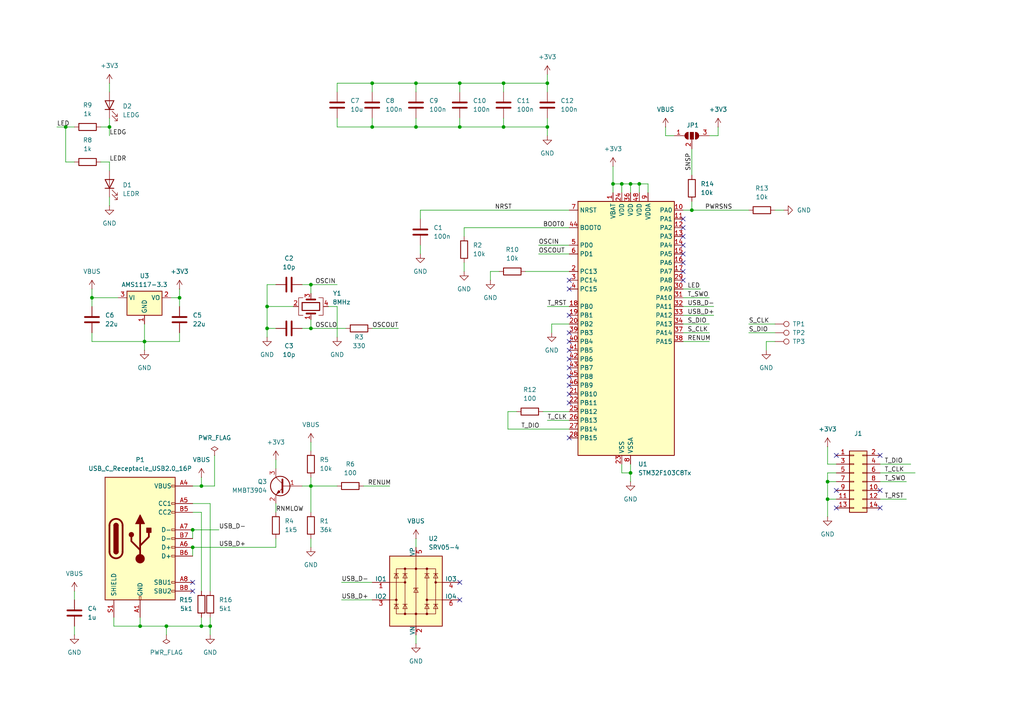
<source format=kicad_sch>
(kicad_sch (version 20231120) (generator "eeschema") (generator_version "8.0")
  (paper "A4")
  (lib_symbols
    (symbol "Connector:TestPoint" (pin_numbers hide) (pin_names (offset 0.762) hide)
      (property "Reference" "TP" (at 0 6.858 0))
      (property "Value" "TestPoint" (at 0 5.08 0))
      (symbol "TestPoint_0_1"
        (circle (center 0 3.302) (radius 0.762))
      )
      (symbol "TestPoint_1_1"
        (pin passive line (at 0 0 90) (length 2.54) (name "1") (number "1"))
      )
    )
    (symbol "Connector:USB_C_Receptacle_USB2.0_16P" (pin_names (offset 1.016))
      (property "Reference" "J" (at 0 22.225 0))
      (property "Value" "USB_C_Receptacle_USB2.0_16P" (at 0 19.685 0))
      (symbol "USB_C_Receptacle_USB2.0_16P_0_0"
        (rectangle (start -0.254 -17.78) (end 0.254 -16.764))
        (rectangle (start 10.16 -14.986) (end 9.144 -15.494))
        (rectangle (start 10.16 -12.446) (end 9.144 -12.954))
        (rectangle (start 10.16 -4.826) (end 9.144 -5.334))
        (rectangle (start 10.16 -2.286) (end 9.144 -2.794))
        (rectangle (start 10.16 0.254) (end 9.144 -0.254))
        (rectangle (start 10.16 2.794) (end 9.144 2.286))
        (rectangle (start 10.16 7.874) (end 9.144 7.366))
        (rectangle (start 10.16 10.414) (end 9.144 9.906))
        (rectangle (start 10.16 15.494) (end 9.144 14.986))
      )
      (symbol "USB_C_Receptacle_USB2.0_16P_0_1"
        (rectangle (start -10.16 17.78) (end 10.16 -17.78) (stroke (width 0.254)) (fill (type background)))
        (arc (start -8.89 -3.81) (mid -6.985 -5.7067) (end -5.08 -3.81) (stroke (width 0.508)))
        (arc (start -7.62 -3.81) (mid -6.985 -4.4423) (end -6.35 -3.81) (stroke (width 0.254)))
        (arc (start -7.62 -3.81) (mid -6.985 -4.4423) (end -6.35 -3.81) (stroke (width 0.254)) (fill (type outline)))
        (rectangle (start -7.62 -3.81) (end -6.35 3.81) (stroke (width 0.254)) (fill (type outline)))
        (arc (start -6.35 3.81) (mid -6.985 4.4423) (end -7.62 3.81) (stroke (width 0.254)))
        (arc (start -6.35 3.81) (mid -6.985 4.4423) (end -7.62 3.81) (stroke (width 0.254)) (fill (type outline)))
        (arc (start -5.08 3.81) (mid -6.985 5.7067) (end -8.89 3.81) (stroke (width 0.508)))
        (circle (center -2.54 1.143) (radius 0.635) (stroke (width 0.254)) (fill (type outline)))
        (circle (center 0 -5.842) (radius 1.27) (fill (type outline)))
        (polyline (pts (xy -8.89 -3.81) (xy -8.89 3.81)) (stroke (width 0.508)))
        (polyline (pts (xy -5.08 3.81) (xy -5.08 -3.81)) (stroke (width 0.508)))
        (polyline (pts (xy 0 -5.842) (xy 0 4.318)) (stroke (width 0.508)))
        (polyline (pts (xy 0 -3.302) (xy -2.54 -0.762) (xy -2.54 0.508)) (stroke (width 0.508)))
        (polyline (pts (xy 0 -2.032) (xy 2.54 0.508) (xy 2.54 1.778)) (stroke (width 0.508)))
        (polyline (pts (xy -1.27 4.318) (xy 0 6.858) (xy 1.27 4.318) (xy -1.27 4.318)) (stroke (width 0.254)) (fill (type outline)))
        (rectangle (start 1.905 1.778) (end 3.175 3.048) (stroke (width 0.254)) (fill (type outline)))
      )
      (symbol "USB_C_Receptacle_USB2.0_16P_1_1"
        (pin passive line (at 0 -22.86 90) (length 5.08) (name "GND") (number "A1"))
        (pin passive line (at 0 -22.86 90) (length 5.08) hide (name "GND") (number "A12"))
        (pin passive line (at 15.24 15.24 180) (length 5.08) (name "VBUS") (number "A4"))
        (pin bidirectional line (at 15.24 10.16 180) (length 5.08) (name "CC1") (number "A5"))
        (pin bidirectional line (at 15.24 -2.54 180) (length 5.08) (name "D+") (number "A6"))
        (pin bidirectional line (at 15.24 2.54 180) (length 5.08) (name "D-") (number "A7"))
        (pin bidirectional line (at 15.24 -12.7 180) (length 5.08) (name "SBU1") (number "A8"))
        (pin passive line (at 15.24 15.24 180) (length 5.08) hide (name "VBUS") (number "A9"))
        (pin passive line (at 0 -22.86 90) (length 5.08) hide (name "GND") (number "B1"))
        (pin passive line (at 0 -22.86 90) (length 5.08) hide (name "GND") (number "B12"))
        (pin passive line (at 15.24 15.24 180) (length 5.08) hide (name "VBUS") (number "B4"))
        (pin bidirectional line (at 15.24 7.62 180) (length 5.08) (name "CC2") (number "B5"))
        (pin bidirectional line (at 15.24 -5.08 180) (length 5.08) (name "D+") (number "B6"))
        (pin bidirectional line (at 15.24 0 180) (length 5.08) (name "D-") (number "B7"))
        (pin bidirectional line (at 15.24 -15.24 180) (length 5.08) (name "SBU2") (number "B8"))
        (pin passive line (at 15.24 15.24 180) (length 5.08) hide (name "VBUS") (number "B9"))
        (pin passive line (at -7.62 -22.86 90) (length 5.08) (name "SHIELD") (number "S1"))
      )
    )
    (symbol "Connector_Generic:Conn_02x07_Odd_Even" (pin_names (offset 1.016) hide)
      (property "Reference" "J" (at 1.27 10.16 0))
      (property "Value" "Conn_02x07_Odd_Even" (at 1.27 -10.16 0))
      (symbol "Conn_02x07_Odd_Even_1_1"
        (rectangle (start -1.27 -7.493) (end 0 -7.747) (stroke (width 0.1524)))
        (rectangle (start -1.27 -4.953) (end 0 -5.207) (stroke (width 0.1524)))
        (rectangle (start -1.27 -2.413) (end 0 -2.667) (stroke (width 0.1524)))
        (rectangle (start -1.27 0.127) (end 0 -0.127) (stroke (width 0.1524)))
        (rectangle (start -1.27 2.667) (end 0 2.413) (stroke (width 0.1524)))
        (rectangle (start -1.27 5.207) (end 0 4.953) (stroke (width 0.1524)))
        (rectangle (start -1.27 7.747) (end 0 7.493) (stroke (width 0.1524)))
        (rectangle (start -1.27 8.89) (end 3.81 -8.89) (stroke (width 0.254)) (fill (type background)))
        (rectangle (start 3.81 -7.493) (end 2.54 -7.747) (stroke (width 0.1524)))
        (rectangle (start 3.81 -4.953) (end 2.54 -5.207) (stroke (width 0.1524)))
        (rectangle (start 3.81 -2.413) (end 2.54 -2.667) (stroke (width 0.1524)))
        (rectangle (start 3.81 0.127) (end 2.54 -0.127) (stroke (width 0.1524)))
        (rectangle (start 3.81 2.667) (end 2.54 2.413) (stroke (width 0.1524)))
        (rectangle (start 3.81 5.207) (end 2.54 4.953) (stroke (width 0.1524)))
        (rectangle (start 3.81 7.747) (end 2.54 7.493) (stroke (width 0.1524)))
        (pin passive line (at -5.08 7.62 0) (length 3.81) (name "Pin_1") (number "1"))
        (pin passive line (at 7.62 -2.54 180) (length 3.81) (name "Pin_10") (number "10"))
        (pin passive line (at -5.08 -5.08 0) (length 3.81) (name "Pin_11") (number "11"))
        (pin passive line (at 7.62 -5.08 180) (length 3.81) (name "Pin_12") (number "12"))
        (pin passive line (at -5.08 -7.62 0) (length 3.81) (name "Pin_13") (number "13"))
        (pin passive line (at 7.62 -7.62 180) (length 3.81) (name "Pin_14") (number "14"))
        (pin passive line (at 7.62 7.62 180) (length 3.81) (name "Pin_2") (number "2"))
        (pin passive line (at -5.08 5.08 0) (length 3.81) (name "Pin_3") (number "3"))
        (pin passive line (at 7.62 5.08 180) (length 3.81) (name "Pin_4") (number "4"))
        (pin passive line (at -5.08 2.54 0) (length 3.81) (name "Pin_5") (number "5"))
        (pin passive line (at 7.62 2.54 180) (length 3.81) (name "Pin_6") (number "6"))
        (pin passive line (at -5.08 0 0) (length 3.81) (name "Pin_7") (number "7"))
        (pin passive line (at 7.62 0 180) (length 3.81) (name "Pin_8") (number "8"))
        (pin passive line (at -5.08 -2.54 0) (length 3.81) (name "Pin_9") (number "9"))
      )
    )
    (symbol "Device:C" (pin_numbers hide) (pin_names (offset 0.254))
      (property "Reference" "C" (at 0.635 2.54 0))
      (property "Value" "C" (at 0.635 -2.54 0))
      (symbol "C_0_1"
        (polyline (pts (xy -2.032 -0.762) (xy 2.032 -0.762)) (stroke (width 0.508)))
        (polyline (pts (xy -2.032 0.762) (xy 2.032 0.762)) (stroke (width 0.508)))
      )
      (symbol "C_1_1"
        (pin passive line (at 0 3.81 270) (length 2.794) (name "~") (number "1"))
        (pin passive line (at 0 -3.81 90) (length 2.794) (name "~") (number "2"))
      )
    )
    (symbol "Device:Crystal_GND24" (pin_names (offset 1.016) hide)
      (property "Reference" "Y" (at 3.175 5.08 0))
      (property "Value" "Crystal_GND24" (at 3.175 3.175 0))
      (symbol "Crystal_GND24_0_1"
        (rectangle (start -1.143 2.54) (end 1.143 -2.54) (stroke (width 0.3048)))
        (polyline (pts (xy -2.54 0) (xy -2.032 0)))
        (polyline (pts (xy -2.032 -1.27) (xy -2.032 1.27)) (stroke (width 0.508)))
        (polyline (pts (xy 0 -3.81) (xy 0 -3.556)))
        (polyline (pts (xy 0 3.556) (xy 0 3.81)))
        (polyline (pts (xy 2.032 -1.27) (xy 2.032 1.27)) (stroke (width 0.508)))
        (polyline (pts (xy 2.032 0) (xy 2.54 0)))
        (polyline (pts (xy -2.54 -2.286) (xy -2.54 -3.556) (xy 2.54 -3.556) (xy 2.54 -2.286)))
        (polyline (pts (xy -2.54 2.286) (xy -2.54 3.556) (xy 2.54 3.556) (xy 2.54 2.286)))
      )
      (symbol "Crystal_GND24_1_1"
        (pin passive line (at -3.81 0 0) (length 1.27) (name "1") (number "1"))
        (pin passive line (at 0 5.08 270) (length 1.27) (name "2") (number "2"))
        (pin passive line (at 3.81 0 180) (length 1.27) (name "3") (number "3"))
        (pin passive line (at 0 -5.08 90) (length 1.27) (name "4") (number "4"))
      )
    )
    (symbol "Device:LED" (pin_numbers hide) (pin_names (offset 1.016) hide)
      (property "Reference" "D" (at 0 2.54 0))
      (property "Value" "LED" (at 0 -2.54 0))
      (symbol "LED_0_1"
        (polyline (pts (xy -1.27 -1.27) (xy -1.27 1.27)) (stroke (width 0.254)))
        (polyline (pts (xy -1.27 0) (xy 1.27 0)))
        (polyline (pts (xy 1.27 -1.27) (xy 1.27 1.27) (xy -1.27 0) (xy 1.27 -1.27)) (stroke (width 0.254)))
        (polyline (pts (xy -3.048 -0.762) (xy -4.572 -2.286) (xy -3.81 -2.286) (xy -4.572 -2.286) (xy -4.572 -1.524)))
        (polyline (pts (xy -1.778 -0.762) (xy -3.302 -2.286) (xy -2.54 -2.286) (xy -3.302 -2.286) (xy -3.302 -1.524)))
      )
      (symbol "LED_1_1"
        (pin passive line (at -3.81 0 0) (length 2.54) (name "K") (number "1"))
        (pin passive line (at 3.81 0 180) (length 2.54) (name "A") (number "2"))
      )
    )
    (symbol "Device:R" (pin_numbers hide) (pin_names (offset 0))
      (property "Reference" "R" (at 2.032 0 90))
      (property "Value" "R" (at 0 0 90))
      (symbol "R_0_1"
        (rectangle (start -1.016 -2.54) (end 1.016 2.54) (stroke (width 0.254)))
      )
      (symbol "R_1_1"
        (pin passive line (at 0 3.81 270) (length 1.27) (name "~") (number "1"))
        (pin passive line (at 0 -3.81 90) (length 1.27) (name "~") (number "2"))
      )
    )
    (symbol "Jumper:SolderJumper_3_Open" (pin_names (offset 0) hide) (exclude_from_sim yes) (in_bom no)
      (property "Reference" "JP" (at -2.54 -2.54 0))
      (property "Value" "SolderJumper_3_Open" (at 0 2.794 0))
      (symbol "SolderJumper_3_Open_0_1"
        (arc (start -1.016 1.016) (mid -2.0276 0) (end -1.016 -1.016))
        (arc (start -1.016 1.016) (mid -2.0276 0) (end -1.016 -1.016) (fill (type outline)))
        (rectangle (start -0.508 1.016) (end 0.508 -1.016) (fill (type outline)))
        (polyline (pts (xy -2.54 0) (xy -2.032 0)))
        (polyline (pts (xy -1.016 1.016) (xy -1.016 -1.016)))
        (polyline (pts (xy 0 -1.27) (xy 0 -1.016)))
        (polyline (pts (xy 1.016 1.016) (xy 1.016 -1.016)))
        (polyline (pts (xy 2.54 0) (xy 2.032 0)))
        (arc (start 1.016 -1.016) (mid 2.0276 0) (end 1.016 1.016))
        (arc (start 1.016 -1.016) (mid 2.0276 0) (end 1.016 1.016) (fill (type outline)))
      )
      (symbol "SolderJumper_3_Open_1_1"
        (pin passive line (at -5.08 0 0) (length 2.54) (name "A") (number "1"))
        (pin passive line (at 0 -3.81 90) (length 2.54) (name "C") (number "2"))
        (pin passive line (at 5.08 0 180) (length 2.54) (name "B") (number "3"))
      )
    )
    (symbol "MCU_ST_STM32F1:STM32F103C8Tx"
      (property "Reference" "U" (at -12.7 39.37 0))
      (property "Value" "STM32F103C8Tx" (at 10.16 39.37 0))
      (symbol "STM32F103C8Tx_0_1"
        (rectangle (start -12.7 -35.56) (end 15.24 38.1) (stroke (width 0.254)) (fill (type background)))
      )
      (symbol "STM32F103C8Tx_1_1"
        (pin power_in line (at -2.54 40.64 270) (length 2.54) (name "VBAT") (number "1"))
        (pin bidirectional line (at 17.78 35.56 180) (length 2.54) (name "PA0") (number "10"))
        (pin bidirectional line (at 17.78 33.02 180) (length 2.54) (name "PA1") (number "11"))
        (pin bidirectional line (at 17.78 30.48 180) (length 2.54) (name "PA2") (number "12"))
        (pin bidirectional line (at 17.78 27.94 180) (length 2.54) (name "PA3") (number "13"))
        (pin bidirectional line (at 17.78 25.4 180) (length 2.54) (name "PA4") (number "14"))
        (pin bidirectional line (at 17.78 22.86 180) (length 2.54) (name "PA5") (number "15"))
        (pin bidirectional line (at 17.78 20.32 180) (length 2.54) (name "PA6") (number "16"))
        (pin bidirectional line (at 17.78 17.78 180) (length 2.54) (name "PA7") (number "17"))
        (pin bidirectional line (at -15.24 7.62 0) (length 2.54) (name "PB0") (number "18"))
        (pin bidirectional line (at -15.24 5.08 0) (length 2.54) (name "PB1") (number "19"))
        (pin bidirectional line (at -15.24 17.78 0) (length 2.54) (name "PC13") (number "2"))
        (pin bidirectional line (at -15.24 2.54 0) (length 2.54) (name "PB2") (number "20"))
        (pin bidirectional line (at -15.24 -17.78 0) (length 2.54) (name "PB10") (number "21"))
        (pin bidirectional line (at -15.24 -20.32 0) (length 2.54) (name "PB11") (number "22"))
        (pin power_in line (at 0 -38.1 90) (length 2.54) (name "VSS") (number "23"))
        (pin power_in line (at 0 40.64 270) (length 2.54) (name "VDD") (number "24"))
        (pin bidirectional line (at -15.24 -22.86 0) (length 2.54) (name "PB12") (number "25"))
        (pin bidirectional line (at -15.24 -25.4 0) (length 2.54) (name "PB13") (number "26"))
        (pin bidirectional line (at -15.24 -27.94 0) (length 2.54) (name "PB14") (number "27"))
        (pin bidirectional line (at -15.24 -30.48 0) (length 2.54) (name "PB15") (number "28"))
        (pin bidirectional line (at 17.78 15.24 180) (length 2.54) (name "PA8") (number "29"))
        (pin bidirectional line (at -15.24 15.24 0) (length 2.54) (name "PC14") (number "3"))
        (pin bidirectional line (at 17.78 12.7 180) (length 2.54) (name "PA9") (number "30"))
        (pin bidirectional line (at 17.78 10.16 180) (length 2.54) (name "PA10") (number "31"))
        (pin bidirectional line (at 17.78 7.62 180) (length 2.54) (name "PA11") (number "32"))
        (pin bidirectional line (at 17.78 5.08 180) (length 2.54) (name "PA12") (number "33"))
        (pin bidirectional line (at 17.78 2.54 180) (length 2.54) (name "PA13") (number "34"))
        (pin passive line (at 0 -38.1 90) (length 2.54) hide (name "VSS") (number "35"))
        (pin power_in line (at 2.54 40.64 270) (length 2.54) (name "VDD") (number "36"))
        (pin bidirectional line (at 17.78 0 180) (length 2.54) (name "PA14") (number "37"))
        (pin bidirectional line (at 17.78 -2.54 180) (length 2.54) (name "PA15") (number "38"))
        (pin bidirectional line (at -15.24 0 0) (length 2.54) (name "PB3") (number "39"))
        (pin bidirectional line (at -15.24 12.7 0) (length 2.54) (name "PC15") (number "4"))
        (pin bidirectional line (at -15.24 -2.54 0) (length 2.54) (name "PB4") (number "40"))
        (pin bidirectional line (at -15.24 -5.08 0) (length 2.54) (name "PB5") (number "41"))
        (pin bidirectional line (at -15.24 -7.62 0) (length 2.54) (name "PB6") (number "42"))
        (pin bidirectional line (at -15.24 -10.16 0) (length 2.54) (name "PB7") (number "43"))
        (pin input line (at -15.24 30.48 0) (length 2.54) (name "BOOT0") (number "44"))
        (pin bidirectional line (at -15.24 -12.7 0) (length 2.54) (name "PB8") (number "45"))
        (pin bidirectional line (at -15.24 -15.24 0) (length 2.54) (name "PB9") (number "46"))
        (pin passive line (at 0 -38.1 90) (length 2.54) hide (name "VSS") (number "47"))
        (pin power_in line (at 5.08 40.64 270) (length 2.54) (name "VDD") (number "48"))
        (pin bidirectional line (at -15.24 25.4 0) (length 2.54) (name "PD0") (number "5"))
        (pin bidirectional line (at -15.24 22.86 0) (length 2.54) (name "PD1") (number "6"))
        (pin input line (at -15.24 35.56 0) (length 2.54) (name "NRST") (number "7"))
        (pin power_in line (at 2.54 -38.1 90) (length 2.54) (name "VSSA") (number "8"))
        (pin power_in line (at 7.62 40.64 270) (length 2.54) (name "VDDA") (number "9"))
      )
    )
    (symbol "Power_Protection:SRV05-4" (pin_names (offset 0))
      (property "Reference" "U" (at -5.08 11.43 0))
      (property "Value" "SRV05-4" (at 2.54 11.43 0))
      (symbol "SRV05-4_0_0"
        (rectangle (start -5.715 6.477) (end 5.715 -6.604))
        (polyline (pts (xy -3.175 -6.604) (xy -3.175 6.477)))
        (polyline (pts (xy 3.175 6.477) (xy 3.175 -6.604)))
      )
      (symbol "SRV05-4_0_1"
        (rectangle (start -7.62 10.16) (end 7.62 -10.16) (stroke (width 0.254)) (fill (type background)))
        (circle (center -5.715 -2.54) (radius 0.2794) (fill (type outline)))
        (circle (center -3.175 -6.604) (radius 0.2794) (fill (type outline)))
        (circle (center -3.175 2.54) (radius 0.2794) (fill (type outline)))
        (circle (center -3.175 6.477) (radius 0.2794) (fill (type outline)))
        (circle (center 0 -6.604) (radius 0.2794) (fill (type outline)))
        (polyline (pts (xy -7.747 2.54) (xy -3.175 2.54)))
        (polyline (pts (xy -7.62 -2.54) (xy -5.715 -2.54)))
        (polyline (pts (xy -5.08 -3.81) (xy -6.35 -3.81)))
        (polyline (pts (xy -5.08 5.08) (xy -6.35 5.08)))
        (polyline (pts (xy -2.54 -3.81) (xy -3.81 -3.81)))
        (polyline (pts (xy -2.54 5.08) (xy -3.81 5.08)))
        (polyline (pts (xy 0 10.16) (xy 0 -10.16)))
        (polyline (pts (xy 3.81 -3.81) (xy 2.54 -3.81)))
        (polyline (pts (xy 3.81 5.08) (xy 2.54 5.08)))
        (polyline (pts (xy 6.35 -3.81) (xy 5.08 -3.81)))
        (polyline (pts (xy 6.35 5.08) (xy 5.08 5.08)))
        (polyline (pts (xy 7.62 -2.54) (xy 3.175 -2.54)))
        (polyline (pts (xy 7.62 2.54) (xy 5.715 2.54)))
        (polyline (pts (xy 0.635 0.889) (xy -0.635 0.889) (xy -0.635 0.635)))
        (polyline (pts (xy -5.08 -5.08) (xy -6.35 -5.08) (xy -5.715 -3.81) (xy -5.08 -5.08)))
        (polyline (pts (xy -5.08 3.81) (xy -6.35 3.81) (xy -5.715 5.08) (xy -5.08 3.81)))
        (polyline (pts (xy -2.54 -5.08) (xy -3.81 -5.08) (xy -3.175 -3.81) (xy -2.54 -5.08)))
        (polyline (pts (xy -2.54 3.81) (xy -3.81 3.81) (xy -3.175 5.08) (xy -2.54 3.81)))
        (polyline (pts (xy 0.635 -0.381) (xy -0.635 -0.381) (xy 0 0.889) (xy 0.635 -0.381)))
        (polyline (pts (xy 3.81 -5.08) (xy 2.54 -5.08) (xy 3.175 -3.81) (xy 3.81 -5.08)))
        (polyline (pts (xy 3.81 3.81) (xy 2.54 3.81) (xy 3.175 5.08) (xy 3.81 3.81)))
        (polyline (pts (xy 6.35 -5.08) (xy 5.08 -5.08) (xy 5.715 -3.81) (xy 6.35 -5.08)))
        (polyline (pts (xy 6.35 3.81) (xy 5.08 3.81) (xy 5.715 5.08) (xy 6.35 3.81)))
        (circle (center 0 6.477) (radius 0.2794) (fill (type outline)))
        (circle (center 3.175 -6.604) (radius 0.2794) (fill (type outline)))
        (circle (center 3.175 -2.54) (radius 0.2794) (fill (type outline)))
        (circle (center 3.175 6.477) (radius 0.2794) (fill (type outline)))
        (circle (center 5.715 2.54) (radius 0.2794) (fill (type outline)))
      )
      (symbol "SRV05-4_1_1"
        (pin passive line (at -12.7 2.54 0) (length 5.08) (name "IO1") (number "1"))
        (pin passive line (at 0 -12.7 90) (length 2.54) (name "VN") (number "2"))
        (pin passive line (at -12.7 -2.54 0) (length 5.08) (name "IO2") (number "3"))
        (pin passive line (at 12.7 2.54 180) (length 5.08) (name "IO3") (number "4"))
        (pin passive line (at 0 12.7 270) (length 2.54) (name "VP") (number "5"))
        (pin passive line (at 12.7 -2.54 180) (length 5.08) (name "IO4") (number "6"))
      )
    )
    (symbol "Regulator_Linear:AMS1117-3.3"
      (property "Reference" "U" (at -3.81 3.175 0))
      (property "Value" "AMS1117-3.3" (at 0 3.175 0))
      (symbol "AMS1117-3.3_0_1"
        (rectangle (start -5.08 -5.08) (end 5.08 1.905) (stroke (width 0.254)) (fill (type background)))
      )
      (symbol "AMS1117-3.3_1_1"
        (pin power_in line (at 0 -7.62 90) (length 2.54) (name "GND") (number "1"))
        (pin power_out line (at 7.62 0 180) (length 2.54) (name "VO") (number "2"))
        (pin power_in line (at -7.62 0 0) (length 2.54) (name "VI") (number "3"))
      )
    )
    (symbol "Transistor_BJT:MMBT3904" (pin_names (offset 0) hide)
      (property "Reference" "Q" (at 5.08 1.905 0))
      (property "Value" "MMBT3904" (at 5.08 0 0))
      (symbol "MMBT3904_0_1"
        (polyline (pts (xy 0.635 0.635) (xy 2.54 2.54)))
        (polyline (pts (xy 0.635 -0.635) (xy 2.54 -2.54) (xy 2.54 -2.54)))
        (polyline (pts (xy 0.635 1.905) (xy 0.635 -1.905) (xy 0.635 -1.905)) (stroke (width 0.508)))
        (polyline (pts (xy 1.27 -1.778) (xy 1.778 -1.27) (xy 2.286 -2.286) (xy 1.27 -1.778) (xy 1.27 -1.778)) (fill (type outline)))
        (circle (center 1.27 0) (radius 2.8194) (stroke (width 0.254)))
      )
      (symbol "MMBT3904_1_1"
        (pin input line (at -5.08 0 0) (length 5.715) (name "B") (number "1"))
        (pin passive line (at 2.54 -5.08 90) (length 2.54) (name "E") (number "2"))
        (pin passive line (at 2.54 5.08 270) (length 2.54) (name "C") (number "3"))
      )
    )
    (symbol "VBUS_1" (power) (pin_numbers hide) (pin_names (offset 0) hide)
      (property "Value" "VBUS" (at 0 3.556 0))
      (symbol "VBUS_1_0_1"
        (polyline (pts (xy -0.762 1.27) (xy 0 2.54)))
        (polyline (pts (xy 0 0) (xy 0 2.54)))
        (polyline (pts (xy 0 2.54) (xy 0.762 1.27)))
      )
      (symbol "VBUS_1_1_1"
        (pin power_in line (at 0 0 90) (length 0) (name "~") (number "1"))
      )
    )
    (symbol "VBUS_3" (power) (pin_numbers hide) (pin_names (offset 0) hide)
      (property "Value" "VBUS" (at 0 3.556 0))
      (symbol "VBUS_3_0_1"
        (polyline (pts (xy -0.762 1.27) (xy 0 2.54)))
        (polyline (pts (xy 0 0) (xy 0 2.54)))
        (polyline (pts (xy 0 2.54) (xy 0.762 1.27)))
      )
      (symbol "VBUS_3_1_1"
        (pin power_in line (at 0 0 90) (length 0) (name "~") (number "1"))
      )
    )
    (symbol "power:+3V3" (power) (pin_numbers hide) (pin_names (offset 0) hide)
      (property "Value" "+3V3" (at 0 3.556 0))
      (symbol "+3V3_0_1"
        (polyline (pts (xy -0.762 1.27) (xy 0 2.54)))
        (polyline (pts (xy 0 0) (xy 0 2.54)))
        (polyline (pts (xy 0 2.54) (xy 0.762 1.27)))
      )
      (symbol "+3V3_1_1"
        (pin power_in line (at 0 0 90) (length 0) (name "~") (number "1"))
      )
    )
    (symbol "power:GND" (power) (pin_numbers hide) (pin_names (offset 0) hide)
      (property "Value" "GND" (at 0 -3.81 0))
      (symbol "GND_0_1"
        (polyline (pts (xy 0 0) (xy 0 -1.27) (xy 1.27 -1.27) (xy 0 -2.54) (xy -1.27 -1.27) (xy 0 -1.27)))
      )
      (symbol "GND_1_1"
        (pin power_in line (at 0 0 270) (length 0) (name "~") (number "1"))
      )
    )
    (symbol "power:PWR_FLAG" (power) (pin_numbers hide) (pin_names (offset 0) hide)
      (property "Value" "PWR_FLAG" (at 0 3.81 0))
      (symbol "PWR_FLAG_0_0"
        (pin power_out line (at 0 0 90) (length 0) (name "~") (number "1"))
      )
      (symbol "PWR_FLAG_0_1"
        (polyline (pts (xy 0 0) (xy 0 1.27) (xy -1.016 1.905) (xy 0 2.54) (xy 1.016 1.905) (xy 0 1.27)))
      )
    )
    (symbol "power:VBUS" (power) (pin_numbers hide) (pin_names (offset 0) hide)
      (property "Value" "VBUS" (at 0 3.556 0))
      (symbol "VBUS_0_1"
        (polyline (pts (xy -0.762 1.27) (xy 0 2.54)))
        (polyline (pts (xy 0 0) (xy 0 2.54)))
        (polyline (pts (xy 0 2.54) (xy 0.762 1.27)))
      )
      (symbol "VBUS_1_1"
        (pin power_in line (at 0 0 90) (length 0) (name "~") (number "1"))
      )
    )
  )
  (junction (at 31.75 36.83))
  (junction (at 90.17 82.55))
  (junction (at 55.88 158.75))
  (junction (at 40.64 181.61))
  (junction (at 19.05 36.83))
  (junction (at 182.88 53.34))
  (junction (at 41.91 99.06))
  (junction (at 77.47 95.25))
  (junction (at 158.75 36.83))
  (junction (at 52.07 86.36))
  (junction (at 146.05 36.83))
  (junction (at 90.17 95.25))
  (junction (at 200.66 60.96))
  (junction (at 58.42 181.61))
  (junction (at 55.88 153.67))
  (junction (at 177.8 53.34))
  (junction (at 240.03 139.7))
  (junction (at 58.42 140.97))
  (junction (at 26.67 86.36))
  (junction (at 180.34 53.34))
  (junction (at 120.65 36.83))
  (junction (at 90.17 140.97))
  (junction (at 48.26 181.61))
  (junction (at 133.35 36.83))
  (junction (at 146.05 24.13))
  (junction (at 240.03 144.78))
  (junction (at 107.95 24.13))
  (junction (at 185.42 53.34))
  (junction (at 107.95 36.83))
  (junction (at 60.96 181.61))
  (junction (at 158.75 24.13))
  (junction (at 120.65 24.13))
  (junction (at 133.35 24.13))
  (junction (at 182.88 137.16))
  (junction (at 77.47 88.9))
  (no_connect (at 165.1 116.84))
  (no_connect (at 55.88 168.91))
  (no_connect (at 133.35 168.91))
  (no_connect (at 198.12 68.58))
  (no_connect (at 255.27 147.32))
  (no_connect (at 165.1 91.44))
  (no_connect (at 198.12 63.5))
  (no_connect (at 165.1 106.68))
  (no_connect (at 133.35 173.99))
  (no_connect (at 198.12 78.74))
  (no_connect (at 242.57 132.08))
  (no_connect (at 198.12 81.28))
  (no_connect (at 242.57 147.32))
  (no_connect (at 242.57 142.24))
  (no_connect (at 165.1 81.28))
  (no_connect (at 165.1 96.52))
  (no_connect (at 165.1 99.06))
  (no_connect (at 165.1 104.14))
  (no_connect (at 165.1 83.82))
  (no_connect (at 255.27 132.08))
  (no_connect (at 55.88 171.45))
  (no_connect (at 198.12 71.12))
  (no_connect (at 255.27 142.24))
  (no_connect (at 165.1 127))
  (no_connect (at 165.1 114.3))
  (no_connect (at 198.12 76.2))
  (no_connect (at 165.1 111.76))
  (no_connect (at 165.1 109.22))
  (no_connect (at 198.12 66.04))
  (no_connect (at 165.1 101.6))
  (no_connect (at 198.12 73.66))
  (wire (pts (xy 41.91 99.06) (xy 52.07 99.06)))
  (wire (pts (xy 160.02 93.98) (xy 165.1 93.98)))
  (wire (pts (xy 121.92 60.96) (xy 121.92 63.5)))
  (wire (pts (xy 21.59 46.99) (xy 19.05 46.99)))
  (wire (pts (xy 26.67 86.36) (xy 34.29 86.36)))
  (wire (pts (xy 77.47 88.9) (xy 85.09 88.9)))
  (wire (pts (xy 255.27 134.62) (xy 264.16 134.62)))
  (wire (pts (xy 198.12 88.9) (xy 207.01 88.9)))
  (wire (pts (xy 90.17 95.25) (xy 100.33 95.25)))
  (wire (pts (xy 182.88 134.62) (xy 182.88 137.16)))
  (wire (pts (xy 60.96 146.05) (xy 60.96 171.45)))
  (wire (pts (xy 133.35 24.13) (xy 133.35 26.67)))
  (wire (pts (xy 87.63 140.97) (xy 90.17 140.97)))
  (wire (pts (xy 26.67 88.9) (xy 26.67 86.36)))
  (wire (pts (xy 21.59 171.45) (xy 21.59 173.99)))
  (wire (pts (xy 177.8 48.26) (xy 177.8 53.34)))
  (wire (pts (xy 55.88 153.67) (xy 55.88 156.21)))
  (wire (pts (xy 198.12 93.98) (xy 205.74 93.98)))
  (wire (pts (xy 21.59 181.61) (xy 21.59 184.15)))
  (wire (pts (xy 77.47 82.55) (xy 80.01 82.55)))
  (wire (pts (xy 90.17 85.09) (xy 90.17 82.55)))
  (wire (pts (xy 255.27 139.7) (xy 262.89 139.7)))
  (wire (pts (xy 146.05 36.83) (xy 133.35 36.83)))
  (wire (pts (xy 158.75 36.83) (xy 158.75 34.29)))
  (wire (pts (xy 26.67 99.06) (xy 41.91 99.06)))
  (wire (pts (xy 55.88 158.75) (xy 80.01 158.75)))
  (wire (pts (xy 29.21 36.83) (xy 31.75 36.83)))
  (wire (pts (xy 165.1 124.46) (xy 147.32 124.46)))
  (wire (pts (xy 120.65 24.13) (xy 133.35 24.13)))
  (wire (pts (xy 120.65 156.21) (xy 120.65 158.75)))
  (wire (pts (xy 97.79 36.83) (xy 97.79 34.29)))
  (wire (pts (xy 177.8 53.34) (xy 177.8 55.88)))
  (wire (pts (xy 90.17 156.21) (xy 90.17 158.75)))
  (wire (pts (xy 187.96 53.34) (xy 185.42 53.34)))
  (wire (pts (xy 41.91 99.06) (xy 41.91 101.6)))
  (wire (pts (xy 31.75 24.13) (xy 31.75 26.67)))
  (wire (pts (xy 121.92 60.96) (xy 165.1 60.96)))
  (wire (pts (xy 158.75 88.9) (xy 165.1 88.9)))
  (wire (pts (xy 107.95 24.13) (xy 107.95 26.67)))
  (wire (pts (xy 240.03 137.16) (xy 242.57 137.16)))
  (wire (pts (xy 120.65 36.83) (xy 107.95 36.83)))
  (wire (pts (xy 147.32 124.46) (xy 147.32 119.38)))
  (wire (pts (xy 133.35 36.83) (xy 133.35 34.29)))
  (wire (pts (xy 77.47 95.25) (xy 77.47 88.9)))
  (wire (pts (xy 31.75 46.99) (xy 31.75 49.53)))
  (wire (pts (xy 77.47 88.9) (xy 77.47 82.55)))
  (wire (pts (xy 60.96 179.07) (xy 60.96 181.61)))
  (wire (pts (xy 133.35 24.13) (xy 146.05 24.13)))
  (wire (pts (xy 133.35 36.83) (xy 120.65 36.83)))
  (wire (pts (xy 134.62 68.58) (xy 134.62 66.04)))
  (wire (pts (xy 31.75 39.37) (xy 31.75 36.83)))
  (wire (pts (xy 180.34 137.16) (xy 180.34 134.62)))
  (wire (pts (xy 240.03 144.78) (xy 240.03 139.7)))
  (wire (pts (xy 222.25 101.6) (xy 222.25 99.06)))
  (wire (pts (xy 146.05 34.29) (xy 146.05 36.83)))
  (wire (pts (xy 107.95 36.83) (xy 97.79 36.83)))
  (wire (pts (xy 182.88 137.16) (xy 180.34 137.16)))
  (wire (pts (xy 185.42 53.34) (xy 185.42 55.88)))
  (wire (pts (xy 40.64 181.61) (xy 48.26 181.61)))
  (wire (pts (xy 58.42 138.43) (xy 58.42 140.97)))
  (wire (pts (xy 58.42 181.61) (xy 60.96 181.61)))
  (wire (pts (xy 158.75 26.67) (xy 158.75 24.13)))
  (wire (pts (xy 147.32 119.38) (xy 149.86 119.38)))
  (wire (pts (xy 33.02 181.61) (xy 40.64 181.61)))
  (wire (pts (xy 107.95 36.83) (xy 107.95 34.29)))
  (wire (pts (xy 62.23 132.08) (xy 62.23 140.97)))
  (wire (pts (xy 180.34 53.34) (xy 180.34 55.88)))
  (wire (pts (xy 55.88 158.75) (xy 55.88 161.29)))
  (wire (pts (xy 146.05 24.13) (xy 146.05 26.67)))
  (wire (pts (xy 158.75 121.92) (xy 165.1 121.92)))
  (wire (pts (xy 177.8 53.34) (xy 180.34 53.34)))
  (wire (pts (xy 158.75 36.83) (xy 158.75 39.37)))
  (wire (pts (xy 80.01 133.35) (xy 80.01 135.89)))
  (wire (pts (xy 240.03 149.86) (xy 240.03 144.78)))
  (wire (pts (xy 120.65 24.13) (xy 120.65 26.67)))
  (wire (pts (xy 90.17 138.43) (xy 90.17 140.97)))
  (wire (pts (xy 97.79 88.9) (xy 95.25 88.9)))
  (wire (pts (xy 182.88 53.34) (xy 182.88 55.88)))
  (wire (pts (xy 224.79 60.96) (xy 227.33 60.96)))
  (wire (pts (xy 255.27 144.78) (xy 262.89 144.78)))
  (wire (pts (xy 52.07 86.36) (xy 49.53 86.36)))
  (wire (pts (xy 208.28 39.37) (xy 205.74 39.37)))
  (wire (pts (xy 16.51 36.83) (xy 19.05 36.83)))
  (wire (pts (xy 198.12 83.82) (xy 203.2 83.82)))
  (wire (pts (xy 134.62 76.2) (xy 134.62 78.74)))
  (wire (pts (xy 182.88 137.16) (xy 182.88 139.7)))
  (wire (pts (xy 200.66 43.18) (xy 200.66 50.8)))
  (wire (pts (xy 121.92 71.12) (xy 121.92 73.66)))
  (wire (pts (xy 55.88 140.97) (xy 58.42 140.97)))
  (wire (pts (xy 31.75 36.83) (xy 31.75 34.29)))
  (wire (pts (xy 26.67 96.52) (xy 26.67 99.06)))
  (wire (pts (xy 240.03 139.7) (xy 240.03 137.16)))
  (wire (pts (xy 52.07 88.9) (xy 52.07 86.36)))
  (wire (pts (xy 60.96 146.05) (xy 55.88 146.05)))
  (wire (pts (xy 90.17 82.55) (xy 97.79 82.55)))
  (wire (pts (xy 97.79 88.9) (xy 97.79 97.79)))
  (wire (pts (xy 31.75 57.15) (xy 31.75 59.69)))
  (wire (pts (xy 80.01 146.05) (xy 80.01 148.59)))
  (wire (pts (xy 198.12 60.96) (xy 200.66 60.96)))
  (wire (pts (xy 99.06 168.91) (xy 107.95 168.91)))
  (wire (pts (xy 158.75 24.13) (xy 146.05 24.13)))
  (wire (pts (xy 156.21 73.66) (xy 165.1 73.66)))
  (wire (pts (xy 182.88 53.34) (xy 185.42 53.34)))
  (wire (pts (xy 120.65 184.15) (xy 120.65 186.69)))
  (wire (pts (xy 48.26 181.61) (xy 48.26 184.15)))
  (wire (pts (xy 240.03 144.78) (xy 242.57 144.78)))
  (wire (pts (xy 48.26 181.61) (xy 58.42 181.61)))
  (wire (pts (xy 156.21 71.12) (xy 165.1 71.12)))
  (wire (pts (xy 58.42 148.59) (xy 58.42 171.45)))
  (wire (pts (xy 80.01 158.75) (xy 80.01 156.21)))
  (wire (pts (xy 105.41 140.97) (xy 113.03 140.97)))
  (wire (pts (xy 198.12 96.52) (xy 205.74 96.52)))
  (wire (pts (xy 29.21 46.99) (xy 31.75 46.99)))
  (wire (pts (xy 90.17 128.27) (xy 90.17 130.81)))
  (wire (pts (xy 120.65 36.83) (xy 120.65 34.29)))
  (wire (pts (xy 60.96 181.61) (xy 60.96 184.15)))
  (wire (pts (xy 19.05 46.99) (xy 19.05 36.83)))
  (wire (pts (xy 255.27 137.16) (xy 265.43 137.16)))
  (wire (pts (xy 107.95 24.13) (xy 120.65 24.13)))
  (wire (pts (xy 144.78 78.74) (xy 142.24 78.74)))
  (wire (pts (xy 187.96 55.88) (xy 187.96 53.34)))
  (wire (pts (xy 158.75 21.59) (xy 158.75 24.13)))
  (wire (pts (xy 77.47 97.79) (xy 77.47 95.25)))
  (wire (pts (xy 97.79 24.13) (xy 107.95 24.13)))
  (wire (pts (xy 55.88 153.67) (xy 63.5 153.67)))
  (wire (pts (xy 240.03 139.7) (xy 242.57 139.7)))
  (wire (pts (xy 90.17 140.97) (xy 97.79 140.97)))
  (wire (pts (xy 198.12 99.06) (xy 205.74 99.06)))
  (wire (pts (xy 26.67 83.82) (xy 26.67 86.36)))
  (wire (pts (xy 134.62 66.04) (xy 165.1 66.04)))
  (wire (pts (xy 180.34 53.34) (xy 182.88 53.34)))
  (wire (pts (xy 97.79 26.67) (xy 97.79 24.13)))
  (wire (pts (xy 58.42 148.59) (xy 55.88 148.59)))
  (wire (pts (xy 142.24 78.74) (xy 142.24 81.28)))
  (wire (pts (xy 99.06 173.99) (xy 107.95 173.99)))
  (wire (pts (xy 62.23 140.97) (xy 58.42 140.97)))
  (wire (pts (xy 200.66 60.96) (xy 200.66 58.42)))
  (wire (pts (xy 33.02 179.07) (xy 33.02 181.61)))
  (wire (pts (xy 200.66 60.96) (xy 217.17 60.96)))
  (wire (pts (xy 41.91 93.98) (xy 41.91 99.06)))
  (wire (pts (xy 195.58 39.37) (xy 193.04 39.37)))
  (wire (pts (xy 90.17 95.25) (xy 87.63 95.25)))
  (wire (pts (xy 77.47 95.25) (xy 80.01 95.25)))
  (wire (pts (xy 152.4 78.74) (xy 165.1 78.74)))
  (wire (pts (xy 40.64 179.07) (xy 40.64 181.61)))
  (wire (pts (xy 198.12 86.36) (xy 205.74 86.36)))
  (wire (pts (xy 52.07 99.06) (xy 52.07 96.52)))
  (wire (pts (xy 107.95 95.25) (xy 115.57 95.25)))
  (wire (pts (xy 240.03 129.54) (xy 240.03 134.62)))
  (wire (pts (xy 198.12 91.44) (xy 207.01 91.44)))
  (wire (pts (xy 90.17 82.55) (xy 87.63 82.55)))
  (wire (pts (xy 217.17 96.52) (xy 224.79 96.52)))
  (wire (pts (xy 90.17 92.71) (xy 90.17 95.25)))
  (wire (pts (xy 19.05 36.83) (xy 21.59 36.83)))
  (wire (pts (xy 208.28 36.83) (xy 208.28 39.37)))
  (wire (pts (xy 160.02 96.52) (xy 160.02 93.98)))
  (wire (pts (xy 158.75 36.83) (xy 146.05 36.83)))
  (wire (pts (xy 240.03 134.62) (xy 242.57 134.62)))
  (wire (pts (xy 52.07 83.82) (xy 52.07 86.36)))
  (wire (pts (xy 222.25 99.06) (xy 224.79 99.06)))
  (wire (pts (xy 157.48 119.38) (xy 165.1 119.38)))
  (wire (pts (xy 90.17 140.97) (xy 90.17 148.59)))
  (wire (pts (xy 217.17 93.98) (xy 224.79 93.98)))
  (wire (pts (xy 58.42 179.07) (xy 58.42 181.61)))
  (wire (pts (xy 193.04 36.83) (xy 193.04 39.37)))
  (label "T_DIO" (at 151.13 124.46 0))
  (label "LED" (at 199.39 83.82 0))
  (label "RENUM" (at 199.39 99.06 0))
  (label "LED" (at 16.51 36.83 0))
  (label "T_SWO" (at 199.39 86.36 0))
  (label "OSCIN" (at 91.44 82.55 0))
  (label "USB_D-" (at 199.39 88.9 0))
  (label "USB_D-" (at 99.06 168.91 0))
  (label "OSCIN" (at 156.21 71.12 0))
  (label "SNSP" (at 200.66 49.53 90))
  (label "S_DIO" (at 199.39 93.98 0))
  (label "T_SWO" (at 256.54 139.7 0))
  (label "T_CLK" (at 256.54 137.16 0))
  (label "USB_D+" (at 63.5 158.75 0))
  (label "T_RST" (at 158.75 88.9 0))
  (label "NRST" (at 143.51 60.96 0))
  (label "RNMLOW" (at 80.01 148.59 0))
  (label "PWRSNS" (at 204.47 60.96 0))
  (label "T_RST" (at 256.54 144.78 0))
  (label "USB_D+" (at 99.06 173.99 0))
  (label "OSCOUT" (at 156.21 73.66 0))
  (label "OSCLO" (at 91.44 95.25 0))
  (label "S_CLK" (at 217.17 93.98 0))
  (label "LEDG" (at 31.75 39.37 0))
  (label "LEDR" (at 31.75 46.99 0))
  (label "OSCOUT" (at 107.95 95.25 0))
  (label "T_DIO" (at 256.54 134.62 0))
  (label "S_DIO" (at 217.17 96.52 0))
  (label "BOOT0" (at 157.48 66.04 0))
  (label "USB_D-" (at 63.5 153.67 0))
  (label "RENUM" (at 106.68 140.97 0))
  (label "T_CLK" (at 158.75 121.92 0))
  (label "USB_D+" (at 199.39 91.44 0))
  (label "S_CLK" (at 199.39 96.52 0))
  (symbol (lib_id "power:GND") (at 77.47 97.79 0) (unit 1)
    (property "Reference" "#PWR06" (effects (hide yes)))
    (property "Value" "GND" (at 77.47 102.87 0))
    (property "Description" "Power symbol creates a global label with name \"GND\" , ground" (effects (hide yes)))
  )
  (symbol (lib_id "power:GND") (at 97.79 97.79 0) (unit 1)
    (property "Reference" "#PWR07" (effects (hide yes)))
    (property "Value" "GND" (at 97.79 102.87 0))
  )
  (symbol (lib_id "Device:R") (at 25.4 36.83 90) (unit 1)
    (property "Reference" "R9" (at 25.4 30.48 90))
    (property "Value" "1k" (at 25.4 33.02 90))
    (property "Footprint" "Resistor_SMD:R_0402_1005Metric" (effects (hide yes)))
    (property "Description" "Resistor" (effects (hide yes)))
  )
  (symbol (lib_id "power:GND") (at 60.96 184.15 0) (unit 1)
    (property "Reference" "#PWR031" (effects (hide yes)))
    (property "Value" "GND" (at 60.96 189.23 0))
    (property "Description" "Power symbol creates a global label with name \"GND\" , ground" (effects (hide yes)))
  )
  (symbol (lib_id "power:PWR_FLAG") (at 48.26 184.15 180) (unit 1)
    (property "Reference" "#FLG01" (effects (hide yes)))
    (property "Value" "PWR_FLAG" (at 48.26 189.23 0))
    (property "Description" "Special symbol for telling ERC where power comes from" (effects (hide yes)))
  )
  (symbol (lib_id "power:GND") (at 90.17 158.75 0) (unit 1)
    (property "Reference" "#PWR04" (effects (hide yes)))
    (property "Value" "GND" (at 90.17 163.83 0))
    (property "Description" "Power symbol creates a global label with name \"GND\" , ground" (effects (hide yes)))
  )
  (symbol (lib_id "power:GND") (at 240.03 149.86 0) (unit 1)
    (property "Reference" "#PWR010" (effects (hide yes)))
    (property "Value" "GND" (at 240.03 154.94 0))
    (property "Description" "Power symbol creates a global label with name \"GND\" , ground" (effects (hide yes)))
  )
  (symbol (lib_id "Device:R") (at 104.14 95.25 90) (unit 1)
    (property "Reference" "R3" (at 104.14 97.79 90))
    (property "Value" "330" (at 104.14 100.33 90))
    (property "Footprint" "Resistor_SMD:R_0402_1005Metric" (effects (hide yes)))
  )
  (symbol (lib_id "Device:R") (at 90.17 152.4 0) (unit 1)
    (property "Reference" "R1" (at 92.71 151.1299 0) (effects (justify left)))
    (property "Value" "36k" (at 92.71 153.6699 0) (effects (justify left)))
    (property "Footprint" "Resistor_SMD:R_0402_1005Metric" (effects (hide yes)))
    (property "Description" "Resistor" (effects (hide yes)))
  )
  (symbol (lib_id "Device:R") (at 200.66 54.61 0) (unit 1)
    (property "Reference" "R14" (at 203.2 53.3399 0) (effects (justify left)))
    (property "Value" "10k" (at 203.2 55.8799 0) (effects (justify left)))
    (property "Footprint" "Resistor_SMD:R_0402_1005Metric" (effects (hide yes)))
    (property "Description" "Resistor" (effects (hide yes)))
  )
  (symbol (lib_id "power:GND") (at 222.25 101.6 0) (unit 1)
    (property "Reference" "#PWR028" (effects (hide yes)))
    (property "Value" "GND" (at 222.25 106.68 0))
    (property "Description" "Power symbol creates a global label with name \"GND\" , ground" (effects (hide yes)))
  )
  (symbol (lib_id "Device:C") (at 120.65 30.48 0) (unit 1)
    (property "Reference" "C9" (at 124.46 29.2099 0) (effects (justify left)))
    (property "Value" "100n" (at 124.46 31.7499 0) (effects (justify left)))
    (property "Footprint" "Capacitor_SMD:C_0402_1005Metric" (effects (hide yes)))
    (property "Description" "Unpolarized capacitor" (effects (hide yes)))
  )
  (symbol (lib_name "VBUS_1") (lib_id "power:VBUS") (at 120.65 156.21 0) (unit 1)
    (property "Reference" "#PWR012" (effects (hide yes)))
    (property "Value" "VBUS" (at 120.65 151.13 0))
    (property "Description" "Power symbol creates a global label with name \"VBUS\"" (effects (hide yes)))
  )
  (symbol (lib_id "power:GND") (at 227.33 60.96 90) (unit 1)
    (property "Reference" "#PWR025" (effects (hide yes)))
    (property "Value" "GND" (at 231.14 60.9599 90) (effects (justify right)))
    (property "Description" "Power symbol creates a global label with name \"GND\" , ground" (effects (hide yes)))
  )
  (symbol (lib_id "Device:R") (at 60.96 175.26 0) (unit 1)
    (property "Reference" "R16" (at 63.5 173.9899 0) (effects (justify left)))
    (property "Value" "5k1" (at 63.5 176.5299 0) (effects (justify left)))
    (property "Footprint" "Resistor_SMD:R_0402_1005Metric" (effects (hide yes)))
    (property "Description" "Resistor" (effects (hide yes)))
    (property "LCSC" "C25905" (effects (hide yes)))
  )
  (symbol (lib_id "power:+3V3") (at 52.07 83.82 0) (unit 1)
    (property "Reference" "#PWR019" (effects (hide yes)))
    (property "Value" "+3V3" (at 52.07 78.74 0))
    (property "Description" "Power symbol creates a global label with name \"+3V3\"" (effects (hide yes)))
  )
  (symbol (lib_id "Device:C") (at 158.75 30.48 0) (unit 1)
    (property "Reference" "C12" (at 162.56 29.2099 0) (effects (justify left)))
    (property "Value" "100n" (at 162.56 31.7499 0) (effects (justify left)))
    (property "Footprint" "Capacitor_SMD:C_0402_1005Metric" (effects (hide yes)))
    (property "Description" "Unpolarized capacitor" (effects (hide yes)))
  )
  (symbol (lib_id "Device:C") (at 26.67 92.71 0) (unit 1)
    (property "Reference" "C6" (at 30.48 91.4399 0) (effects (justify left)))
    (property "Value" "22u" (at 30.48 93.9799 0) (effects (justify left)))
    (property "Footprint" "Capacitor_SMD:C_0805_2012Metric" (effects (hide yes)))
    (property "Description" "Unpolarized capacitor" (effects (hide yes)))
  )
  (symbol (lib_id "Connector:TestPoint") (at 224.79 96.52 270) (unit 1) (in_bom no)
    (property "Reference" "TP2" (at 229.87 96.5199 90) (effects (justify left)))
    (property "Value" "TestPoint" (effects (hide yes)))
    (property "Footprint" "TestPoint:TestPoint_Pad_D1.0mm" (effects (hide yes)))
    (property "Description" "test point" (effects (hide yes)))
  )
  (symbol (lib_id "power:+3V3") (at 158.75 21.59 0) (unit 1)
    (property "Reference" "#PWR027" (effects (hide yes)))
    (property "Value" "+3V3" (at 158.75 16.51 0))
    (property "Description" "Power symbol creates a global label with name \"+3V3\"" (effects (hide yes)))
  )
  (symbol (lib_id "Device:R") (at 80.01 152.4 0) (unit 1)
    (property "Reference" "R4" (at 82.55 151.1299 0) (effects (justify left)))
    (property "Value" "1k5" (at 82.55 153.6699 0) (effects (justify left)))
    (property "Footprint" "Resistor_SMD:R_0402_1005Metric" (effects (hide yes)))
    (property "Description" "Resistor" (effects (hide yes)))
  )
  (symbol (lib_id "Device:C") (at 107.95 30.48 0) (unit 1)
    (property "Reference" "C8" (at 111.76 29.2099 0) (effects (justify left)))
    (property "Value" "100n" (at 111.76 31.7499 0) (effects (justify left)))
    (property "Footprint" "Capacitor_SMD:C_0402_1005Metric" (effects (hide yes)))
    (property "Description" "Unpolarized capacitor" (effects (hide yes)))
  )
  (symbol (lib_id "Power_Protection:SRV05-4") (at 120.65 171.45 0) (unit 1)
    (property "Reference" "U2" (at 124.2761 156.21 0) (effects (justify left)))
    (property "Value" "SRV05-4" (at 124.2761 158.75 0) (effects (justify left)))
    (property "Footprint" "Package_TO_SOT_SMD:SOT-23-6" (effects (hide yes)))
    (property "Datasheet" "http://www.onsemi.com/pub/Collateral/SRV05-4-D.PDF" (effects (hide yes)))
    (property "LCSC" "C7420376" (effects (hide yes)))
  )
  (symbol (lib_id "Jumper:SolderJumper_3_Open") (at 200.66 39.37 0) (unit 1) (exclude_from_sim yes) (in_bom no)
    (property "Reference" "JP1" (at 200.914 36.322 0))
    (property "Value" "SolderJumper_3_Open" (effects (hide yes)))
    (property "Footprint" "Jumper:SolderJumper-3_P1.3mm_Open_RoundedPad1.0x1.5mm" (effects (hide yes)))
    (property "Description" "Solder Jumper, 3-pole, open" (effects (hide yes)))
  )
  (symbol (lib_id "power:GND") (at 121.92 73.66 0) (unit 1)
    (property "Reference" "#PWR03" (effects (hide yes)))
    (property "Value" "GND" (at 121.92 78.74 0))
    (property "Description" "Power symbol creates a global label with name \"GND\" , ground" (effects (hide yes)))
  )
  (symbol (lib_id "Device:Crystal_GND24") (at 90.17 88.9 90) (unit 1)
    (property "Reference" "Y1" (at 97.79 85.09 90))
    (property "Value" "8MHz" (at 99.06 87.63 90))
    (property "Footprint" "Crystal:Crystal_SMD_3225-4Pin_3.2x2.5mm" (effects (hide yes)))
    (property "LCSC" "C400090" (effects (hide yes)))
  )
  (symbol (lib_id "Transistor_BJT:MMBT3904") (at 82.55 140.97 0) (mirror y) (unit 1)
    (property "Reference" "Q3" (at 77.47 139.6999 0) (effects (justify left)))
    (property "Value" "MMBT3904" (at 77.47 142.2399 0) (effects (justify left)))
    (property "Footprint" "Package_TO_SOT_SMD:SOT-23" (effects (hide yes)))
    (property "Datasheet" "https://www.onsemi.com/pdf/datasheet/pzt3904-d.pdf" (effects (hide yes)))
    (property "Description" "0.2A Ic, 40V Vce, Small Signal NPN Transistor, SOT-23" (effects (hide yes)))
  )
  (symbol (lib_id "Device:C") (at 21.59 177.8 0) (unit 1)
    (property "Reference" "C4" (at 25.4 176.53 0) (effects (justify left)))
    (property "Value" "1u" (at 25.4 179.07 0) (effects (justify left)))
    (property "Footprint" "Capacitor_SMD:C_0402_1005Metric" (effects (hide yes)))
  )
  (symbol (lib_id "power:+3V3") (at 31.75 24.13 0) (unit 1)
    (property "Reference" "#PWR021" (effects (hide yes)))
    (property "Value" "+3V3" (at 31.75 19.05 0))
    (property "Description" "Power symbol creates a global label with name \"+3V3\"" (effects (hide yes)))
  )
  (symbol (lib_id "Connector:TestPoint") (at 224.79 93.98 270) (unit 1) (in_bom no)
    (property "Reference" "TP1" (at 229.87 93.9799 90) (effects (justify left)))
    (property "Value" "TestPoint" (effects (hide yes)))
    (property "Footprint" "TestPoint:TestPoint_Pad_D1.0mm" (effects (hide yes)))
    (property "Description" "test point" (effects (hide yes)))
  )
  (symbol (lib_id "Device:C") (at 121.92 67.31 0) (unit 1)
    (property "Reference" "C1" (at 125.73 66.0399 0) (effects (justify left)))
    (property "Value" "100n" (at 125.73 68.5799 0) (effects (justify left)))
    (property "Footprint" "Capacitor_SMD:C_0402_1005Metric" (effects (hide yes)))
    (property "Description" "Unpolarized capacitor" (effects (hide yes)))
  )
  (symbol (lib_id "power:VBUS") (at 21.59 171.45 0) (unit 1)
    (property "Reference" "#PWR08" (effects (hide yes)))
    (property "Value" "VBUS" (at 21.59 166.37 0))
    (property "Description" "Power symbol creates a global label with name \"VBUS\"" (effects (hide yes)))
  )
  (symbol (lib_id "Device:R") (at 101.6 140.97 90) (unit 1)
    (property "Reference" "R6" (at 101.6 134.62 90))
    (property "Value" "100" (at 101.6 137.16 90))
    (property "Footprint" "Resistor_SMD:R_0402_1005Metric" (effects (hide yes)))
    (property "Description" "Resistor" (effects (hide yes)))
  )
  (symbol (lib_name "VBUS_3") (lib_id "power:VBUS") (at 90.17 128.27 0) (unit 1)
    (property "Reference" "#PWR014" (effects (hide yes)))
    (property "Value" "VBUS" (at 90.17 123.19 0))
    (property "Description" "Power symbol creates a global label with name \"VBUS\"" (effects (hide yes)))
  )
  (symbol (lib_id "Device:C") (at 52.07 92.71 0) (unit 1)
    (property "Reference" "C5" (at 55.88 91.4399 0) (effects (justify left)))
    (property "Value" "22u" (at 55.88 93.9799 0) (effects (justify left)))
    (property "Footprint" "Capacitor_SMD:C_0603_1608Metric" (effects (hide yes)))
    (property "Description" "Unpolarized capacitor" (effects (hide yes)))
  )
  (symbol (lib_id "Device:R") (at 90.17 134.62 0) (unit 1)
    (property "Reference" "R5" (at 92.71 133.3499 0) (effects (justify left)))
    (property "Value" "10k" (at 92.71 135.8899 0) (effects (justify left)))
    (property "Footprint" "Resistor_SMD:R_0402_1005Metric" (effects (hide yes)))
    (property "Description" "Resistor" (effects (hide yes)))
  )
  (symbol (lib_id "power:+3V3") (at 177.8 48.26 0) (unit 1)
    (property "Reference" "#PWR02" (effects (hide yes)))
    (property "Value" "+3V3" (at 177.8 43.18 0))
    (property "Description" "Power symbol creates a global label with name \"+3V3\"" (effects (hide yes)))
  )
  (symbol (lib_id "power:VBUS") (at 193.04 36.83 0) (unit 1)
    (property "Reference" "#PWR011" (effects (hide yes)))
    (property "Value" "VBUS" (at 193.04 31.75 0))
    (property "Description" "Power symbol creates a global label with name \"VBUS\"" (effects (hide yes)))
  )
  (symbol (lib_id "Device:C") (at 133.35 30.48 0) (unit 1)
    (property "Reference" "C10" (at 137.16 29.2099 0) (effects (justify left)))
    (property "Value" "100n" (at 137.16 31.7499 0) (effects (justify left)))
    (property "Footprint" "Capacitor_SMD:C_0402_1005Metric" (effects (hide yes)))
    (property "Description" "Unpolarized capacitor" (effects (hide yes)))
  )
  (symbol (lib_id "Regulator_Linear:AMS1117-3.3") (at 41.91 86.36 0) (unit 1)
    (property "Reference" "U3" (at 41.91 80.01 0))
    (property "Value" "AMS1117-3.3" (at 41.91 82.55 0))
    (property "Footprint" "Package_TO_SOT_SMD:SOT-223-3_TabPin2" (effects (hide yes)))
    (property "Datasheet" "http://www.advanced-monolithic.com/pdf/ds1117.pdf" (effects (hide yes)))
    (property "Description" "1A Low Dropout regulator, positive, 3.3V fixed output, SOT-223" (effects (hide yes)))
  )
  (symbol (lib_id "Device:LED") (at 31.75 53.34 90) (unit 1)
    (property "Reference" "D1" (at 35.56 53.6574 90) (effects (justify right)))
    (property "Value" "LEDR" (at 35.56 56.1974 90) (effects (justify right)))
    (property "Footprint" "LED_SMD:LED_0603_1608Metric" (effects (hide yes)))
    (property "Description" "Light emitting diode" (effects (hide yes)))
    (property "LCSC" "C2286" (effects (hide yes)))
  )
  (symbol (lib_id "Device:C") (at 97.79 30.48 0) (unit 1)
    (property "Reference" "C7" (at 101.6 29.2099 0) (effects (justify left)))
    (property "Value" "10u" (at 101.6 31.7499 0) (effects (justify left)))
    (property "Footprint" "Capacitor_SMD:C_0402_1005Metric" (effects (hide yes)))
    (property "Description" "Unpolarized capacitor" (effects (hide yes)))
  )
  (symbol (lib_id "power:GND") (at 41.91 101.6 0) (unit 1)
    (property "Reference" "#PWR017" (effects (hide yes)))
    (property "Value" "GND" (at 41.91 106.68 0))
  )
  (symbol (lib_id "Device:R") (at 153.67 119.38 90) (unit 1)
    (property "Reference" "R12" (at 153.67 113.03 90))
    (property "Value" "100" (at 153.67 115.57 90))
    (property "Footprint" "Resistor_SMD:R_0402_1005Metric" (effects (hide yes)))
    (property "Description" "Resistor" (effects (hide yes)))
  )
  (symbol (lib_id "power:GND") (at 142.24 81.28 0) (unit 1)
    (property "Reference" "#PWR022" (effects (hide yes)))
    (property "Value" "GND" (at 142.24 86.36 0))
    (property "Description" "Power symbol creates a global label with name \"GND\" , ground" (effects (hide yes)))
  )
  (symbol (lib_id "Device:R") (at 58.42 175.26 0) (mirror y) (unit 1)
    (property "Reference" "R15" (at 55.88 173.9899 0) (effects (justify left)))
    (property "Value" "5k1" (at 55.88 176.5299 0) (effects (justify left)))
    (property "Footprint" "Resistor_SMD:R_0402_1005Metric" (effects (hide yes)))
    (property "Description" "Resistor" (effects (hide yes)))
    (property "LCSC" "C25905" (effects (hide yes)))
  )
  (symbol (lib_id "MCU_ST_STM32F1:STM32F103C8Tx") (at 180.34 96.52 0) (unit 1)
    (property "Reference" "U1" (at 185.0741 134.62 0) (effects (justify left)))
    (property "Value" "STM32F103C8Tx" (at 185.0741 137.16 0) (effects (justify left)))
    (property "Footprint" "Package_QFP:LQFP-48_7x7mm_P0.5mm" (effects (hide yes)))
    (property "Datasheet" "https://www.st.com/resource/en/datasheet/stm32f103c8.pdf" (effects (hide yes)))
    (property "Description" "STMicroelectronics Arm Cortex-M3 MCU, 64KB flash, 20KB RAM, 72 MHz, 2.0-3.6V, 37 GPIO, LQFP48" (effects (hide yes)))
    (property "LCSC" "C8734" (effects (hide yes)))
  )
  (symbol (lib_id "power:GND") (at 160.02 96.52 0) (unit 1)
    (property "Reference" "#PWR023" (effects (hide yes)))
    (property "Value" "GND" (at 160.02 101.6 0))
    (property "Description" "Power symbol creates a global label with name \"GND\" , ground" (effects (hide yes)))
  )
  (symbol (lib_id "Device:C") (at 83.82 95.25 90) (unit 1)
    (property "Reference" "C3" (at 83.82 100.33 90))
    (property "Value" "10p" (at 83.82 102.87 90))
    (property "Footprint" "Capacitor_SMD:C_0402_1005Metric" (effects (hide yes)))
  )
  (symbol (lib_id "Device:R") (at 148.59 78.74 90) (unit 1)
    (property "Reference" "R10" (at 148.59 72.39 90))
    (property "Value" "10k" (at 148.59 74.93 90))
    (property "Footprint" "Resistor_SMD:R_0402_1005Metric" (effects (hide yes)))
    (property "Description" "Resistor" (effects (hide yes)))
  )
  (symbol (lib_id "power:VBUS") (at 26.67 83.82 0) (unit 1)
    (property "Reference" "#PWR018" (effects (hide yes)))
    (property "Value" "VBUS" (at 26.67 78.74 0))
    (property "Description" "Power symbol creates a global label with name \"VBUS\"" (effects (hide yes)))
  )
  (symbol (lib_id "Device:C") (at 146.05 30.48 0) (unit 1)
    (property "Reference" "C11" (at 149.86 29.2099 0) (effects (justify left)))
    (property "Value" "100n" (at 149.86 31.7499 0) (effects (justify left)))
    (property "Footprint" "Capacitor_SMD:C_0402_1005Metric" (effects (hide yes)))
    (property "Description" "Unpolarized capacitor" (effects (hide yes)))
  )
  (symbol (lib_id "Device:LED") (at 31.75 30.48 90) (unit 1)
    (property "Reference" "D2" (at 35.56 30.7974 90) (effects (justify right)))
    (property "Value" "LEDG" (at 35.56 33.3374 90) (effects (justify right)))
    (property "Footprint" "LED_SMD:LED_0603_1608Metric" (effects (hide yes)))
    (property "Description" "Light emitting diode" (effects (hide yes)))
    (property "LCSC" "C2986059" (effects (hide yes)))
  )
  (symbol (lib_id "Device:R") (at 25.4 46.99 90) (unit 1)
    (property "Reference" "R8" (at 25.4 40.64 90))
    (property "Value" "1k" (at 25.4 43.18 90))
    (property "Footprint" "Resistor_SMD:R_0402_1005Metric" (effects (hide yes)))
    (property "Description" "Resistor" (effects (hide yes)))
  )
  (symbol (lib_id "Device:C") (at 83.82 82.55 90) (unit 1)
    (property "Reference" "C2" (at 83.82 74.93 90))
    (property "Value" "10p" (at 83.82 77.47 90))
    (property "Footprint" "Capacitor_SMD:C_0402_1005Metric" (effects (hide yes)))
  )
  (symbol (lib_id "power:GND") (at 158.75 39.37 0) (unit 1)
    (property "Reference" "#PWR026" (effects (hide yes)))
    (property "Value" "GND" (at 158.75 44.45 0))
    (property "Description" "Power symbol creates a global label with name \"GND\" , ground" (effects (hide yes)))
  )
  (symbol (lib_id "Connector_Generic:Conn_02x07_Odd_Even") (at 247.65 139.7 0) (unit 1)
    (property "Reference" "J1" (at 248.92 125.73 0))
    (property "Value" "Conn_02x07_Odd_Even" (effects (hide yes)))
    (property "Footprint" "Connector_PinHeader_1.27mm:PinHeader_2x07_P1.27mm_Vertical" (effects (hide yes)))
    (property "Description" "Generic connector, double row, 02x07, odd/even pin numbering scheme (row 1 odd numbers, row 2 even numbers), script generated (kicad-library-utils/schlib/autogen/connector/)" (effects (hide yes)))
    (property "LCSC" "C2881789" (effects (hide yes)))
  )
  (symbol (lib_id "power:GND") (at 120.65 186.69 0) (unit 1)
    (property "Reference" "#PWR015" (effects (hide yes)))
    (property "Value" "GND" (at 120.65 191.77 0))
  )
  (symbol (lib_name "VBUS_3") (lib_id "power:VBUS") (at 58.42 138.43 0) (unit 1)
    (property "Reference" "#PWR030" (effects (hide yes)))
    (property "Value" "VBUS" (at 58.42 133.35 0))
    (property "Description" "Power symbol creates a global label with name \"VBUS\"" (effects (hide yes)))
  )
  (symbol (lib_id "power:GND") (at 182.88 139.7 0) (unit 1)
    (property "Reference" "#PWR01" (effects (hide yes)))
    (property "Value" "GND" (at 182.88 144.78 0))
    (property "Description" "Power symbol creates a global label with name \"GND\" , ground" (effects (hide yes)))
  )
  (symbol (lib_id "Connector:USB_C_Receptacle_USB2.0_16P") (at 40.64 156.21 0) (unit 1)
    (property "Reference" "P1" (at 40.64 133.35 0))
    (property "Value" "USB_C_Receptacle_USB2.0_16P" (at 40.64 135.89 0))
    (property "Footprint" "Connector_USB:USB_C_Receptacle_GCT_USB4105-xx-A_16P_TopMnt_Horizontal" (effects (hide yes)))
    (property "Datasheet" "https://www.usb.org/sites/default/files/documents/usb_type-c.zip" (effects (hide yes)))
    (property "Description" "USB 2.0-only 16P Type-C Receptacle connector" (effects (hide yes)))
    (property "MPN" "C165948" (effects (hide yes)))
  )
  (symbol (lib_id "power:GND") (at 21.59 184.15 0) (unit 1)
    (property "Reference" "#PWR09" (effects (hide yes)))
    (property "Value" "GND" (at 21.59 189.23 0))
  )
  (symbol (lib_id "Connector:TestPoint") (at 224.79 99.06 270) (unit 1) (in_bom no)
    (property "Reference" "TP3" (at 229.87 99.0599 90) (effects (justify left)))
    (property "Value" "TestPoint" (effects (hide yes)))
    (property "Footprint" "TestPoint:TestPoint_Pad_D1.0mm" (effects (hide yes)))
    (property "Description" "test point" (effects (hide yes)))
  )
  (symbol (lib_id "power:+3V3") (at 80.01 133.35 0) (unit 1)
    (property "Reference" "#PWR013" (effects (hide yes)))
    (property "Value" "+3V3" (at 80.01 128.27 0))
    (property "Description" "Power symbol creates a global label with name \"+3V3\"" (effects (hide yes)))
  )
  (symbol (lib_id "power:GND") (at 31.75 59.69 0) (unit 1)
    (property "Reference" "#PWR020" (effects (hide yes)))
    (property "Value" "GND" (at 31.75 64.77 0))
    (property "Description" "Power symbol creates a global label with name \"GND\" , ground" (effects (hide yes)))
  )
  (symbol (lib_id "Device:R") (at 134.62 72.39 0) (unit 1)
    (property "Reference" "R2" (at 137.16 71.1199 0) (effects (justify left)))
    (property "Value" "10k" (at 137.16 73.6599 0) (effects (justify left)))
    (property "Footprint" "Resistor_SMD:R_0402_1005Metric" (effects (hide yes)))
    (property "Description" "Resistor" (effects (hide yes)))
  )
  (symbol (lib_id "Device:R") (at 220.98 60.96 90) (unit 1)
    (property "Reference" "R13" (at 220.98 54.61 90))
    (property "Value" "10k" (at 220.98 57.15 90))
    (property "Footprint" "Resistor_SMD:R_0402_1005Metric" (effects (hide yes)))
    (property "Description" "Resistor" (effects (hide yes)))
  )
  (symbol (lib_id "power:+3V3") (at 240.03 129.54 0) (unit 1)
    (property "Reference" "#PWR029" (effects (hide yes)))
    (property "Value" "+3V3" (at 240.03 124.46 0))
    (property "Description" "Power symbol creates a global label with name \"+3V3\"" (effects (hide yes)))
  )
  (symbol (lib_id "power:GND") (at 134.62 78.74 0) (unit 1)
    (property "Reference" "#PWR05" (effects (hide yes)))
    (property "Value" "GND" (at 134.62 83.82 0))
    (property "Description" "Power symbol creates a global label with name \"GND\" , ground" (effects (hide yes)))
  )
  (symbol (lib_id "power:PWR_FLAG") (at 62.23 132.08 0) (unit 1)
    (property "Reference" "#FLG02" (effects (hide yes)))
    (property "Value" "PWR_FLAG" (at 62.23 127 0))
    (property "Description" "Special symbol for telling ERC where power comes from" (effects (hide yes)))
  )
  (symbol (lib_id "power:+3V3") (at 208.28 36.83 0) (unit 1)
    (property "Reference" "#PWR024" (effects (hide yes)))
    (property "Value" "+3V3" (at 208.28 31.75 0))
    (property "Description" "Power symbol creates a global label with name \"+3V3\"" (effects (hide yes)))
  )
)
</source>
